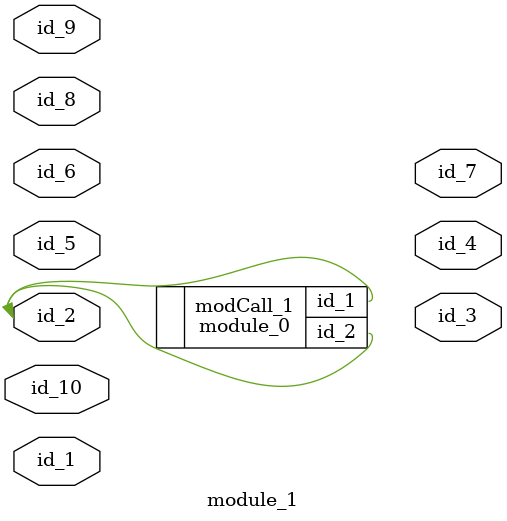
<source format=v>
module module_0 (
    id_1,
    id_2
);
  output wire id_2;
  output wire id_1;
  wire id_3;
  wire id_4;
endmodule
module module_1 (
    id_1,
    id_2,
    id_3,
    id_4,
    id_5,
    id_6,
    id_7,
    id_8,
    id_9,
    id_10
);
  input wire id_10;
  input wire id_9;
  input wire id_8;
  output wire id_7;
  input wire id_6;
  input wire id_5;
  output wire id_4;
  output wire id_3;
  inout wire id_2;
  input wire id_1;
  assign id_7[1] = 1 == 1;
  module_0 modCall_1 (
      id_2,
      id_2
  );
endmodule

</source>
